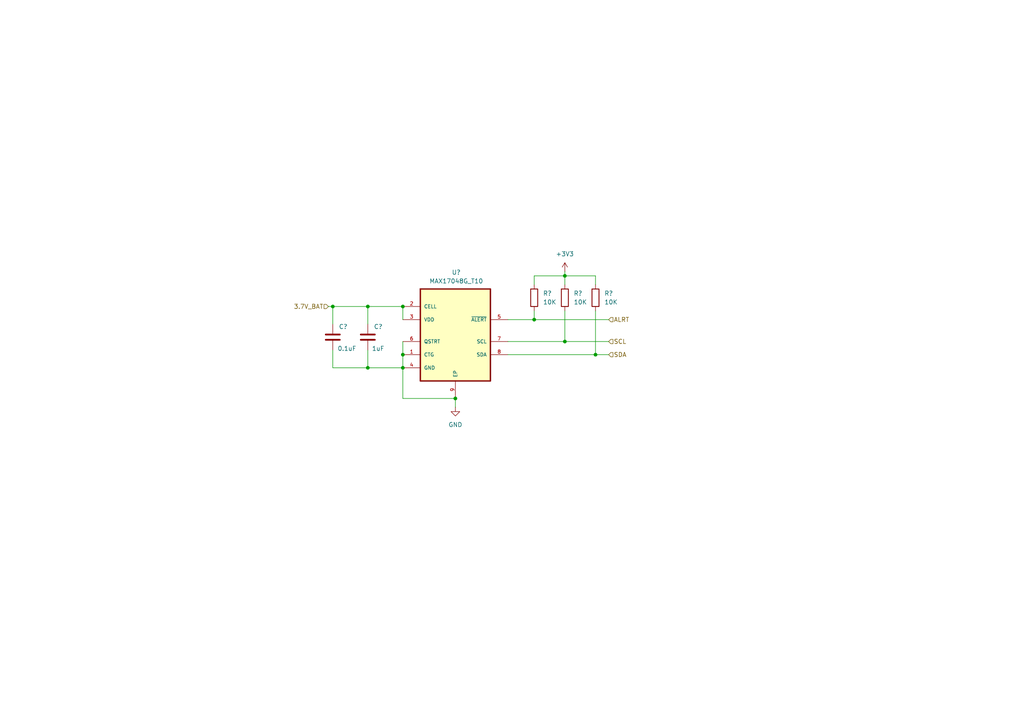
<source format=kicad_sch>
(kicad_sch (version 20231120) (generator "eeschema") (generator_version "8.0")
  (paper "A4")
  (lib_symbols
    (symbol "Device:C" (pin_numbers hide) (pin_names (offset 0.254))
      (property "Reference" "C" (at 0.635 2.54 0))
      (property "Value" "C" (at 0.635 -2.54 0))
      (symbol "C_0_1"
        (polyline (pts (xy -2.032 -0.762) (xy 2.032 -0.762)) (stroke (width 0.508)))
        (polyline (pts (xy -2.032 0.762) (xy 2.032 0.762)) (stroke (width 0.508)))
      )
      (symbol "C_1_1"
        (pin passive line (at 0 3.81 270) (length 2.794) (name "~") (number "1"))
        (pin passive line (at 0 -3.81 90) (length 2.794) (name "~") (number "2"))
      )
    )
    (symbol "Device:R" (pin_numbers hide) (pin_names (offset 0))
      (property "Reference" "R" (at 2.032 0 90))
      (property "Value" "R" (at 0 0 90))
      (symbol "R_0_1"
        (rectangle (start -1.016 -2.54) (end 1.016 2.54) (stroke (width 0.254)))
      )
      (symbol "R_1_1"
        (pin passive line (at 0 3.81 270) (length 1.27) (name "~") (number "1"))
        (pin passive line (at 0 -3.81 90) (length 1.27) (name "~") (number "2"))
      )
    )
    (symbol "MAX17048G_T10:MAX17048G_T10" (pin_names (offset 1.016))
      (property "Reference" "U3" (at 0.254 4.826 0))
      (property "Value" "MAX17048G_T10" (at 0.254 2.286 0))
      (symbol "MAX17048G_T10_0_0"
        (rectangle (start -10.16 0) (end 10.16 -26.67) (stroke (width 0.41)) (fill (type background)))
        (pin power_in line (at -15.24 -19.05 0) (length 5.08) (name "CTG") (number "1"))
        (pin power_in line (at -15.24 -5.08 0) (length 5.08) (name "CELL") (number "2"))
        (pin power_in line (at -15.24 -8.89 0) (length 5.08) (name "VDD") (number "3"))
        (pin power_in line (at -15.24 -22.86 0) (length 5.08) (name "GND") (number "4"))
        (pin output line (at 15.24 -8.89 180) (length 5.08) (name "~{ALERT}") (number "5"))
        (pin input line (at -15.24 -15.24 0) (length 5.08) (name "QSTRT") (number "6"))
        (pin input line (at 15.24 -15.24 180) (length 5.08) (name "SCL") (number "7"))
        (pin bidirectional line (at 15.24 -19.05 180) (length 5.08) (name "SDA") (number "8"))
        (pin power_in line (at 0 -31.75 90) (length 5.08) (name "EP") (number "9"))
      )
    )
    (symbol "power:+3V3" (power) (pin_numbers hide) (pin_names (offset 0) hide)
      (property "Value" "+3V3" (at 0 3.556 0))
      (symbol "+3V3_0_1"
        (polyline (pts (xy -0.762 1.27) (xy 0 2.54)))
        (polyline (pts (xy 0 0) (xy 0 2.54)))
        (polyline (pts (xy 0 2.54) (xy 0.762 1.27)))
      )
      (symbol "+3V3_1_1"
        (pin power_in line (at 0 0 90) (length 0) (name "~") (number "1"))
      )
    )
    (symbol "power:GND" (power) (pin_numbers hide) (pin_names (offset 0) hide)
      (property "Value" "GND" (at 0 -3.81 0))
      (symbol "GND_0_1"
        (polyline (pts (xy 0 0) (xy 0 -1.27) (xy 1.27 -1.27) (xy 0 -2.54) (xy -1.27 -1.27) (xy 0 -1.27)))
      )
      (symbol "GND_1_1"
        (pin power_in line (at 0 0 270) (length 0) (name "~") (number "1"))
      )
    )
  )
  (junction (at 116.84 102.87))
  (junction (at 172.72 102.87))
  (junction (at 96.52 88.9))
  (junction (at 116.84 106.68))
  (junction (at 106.68 88.9))
  (junction (at 154.94 92.71))
  (junction (at 132.08 115.57))
  (junction (at 163.83 99.06))
  (junction (at 116.84 88.9))
  (junction (at 163.83 80.01))
  (junction (at 106.68 106.68))
  (wire (pts (xy 163.83 80.01) (xy 172.72 80.01)))
  (wire (pts (xy 147.32 99.06) (xy 163.83 99.06)))
  (wire (pts (xy 154.94 82.55) (xy 154.94 80.01)))
  (wire (pts (xy 132.08 115.57) (xy 132.08 118.11)))
  (wire (pts (xy 96.52 88.9) (xy 106.68 88.9)))
  (wire (pts (xy 172.72 80.01) (xy 172.72 82.55)))
  (wire (pts (xy 96.52 101.6) (xy 96.52 106.68)))
  (wire (pts (xy 163.83 80.01) (xy 163.83 82.55)))
  (wire (pts (xy 106.68 101.6) (xy 106.68 106.68)))
  (wire (pts (xy 116.84 99.06) (xy 116.84 102.87)))
  (wire (pts (xy 106.68 88.9) (xy 116.84 88.9)))
  (wire (pts (xy 116.84 115.57) (xy 132.08 115.57)))
  (wire (pts (xy 96.52 88.9) (xy 96.52 93.98)))
  (wire (pts (xy 116.84 88.9) (xy 116.84 92.71)))
  (wire (pts (xy 163.83 78.74) (xy 163.83 80.01)))
  (wire (pts (xy 154.94 80.01) (xy 163.83 80.01)))
  (wire (pts (xy 96.52 106.68) (xy 106.68 106.68)))
  (wire (pts (xy 172.72 102.87) (xy 176.53 102.87)))
  (wire (pts (xy 154.94 92.71) (xy 176.53 92.71)))
  (wire (pts (xy 163.83 90.17) (xy 163.83 99.06)))
  (wire (pts (xy 116.84 102.87) (xy 116.84 106.68)))
  (wire (pts (xy 116.84 106.68) (xy 116.84 115.57)))
  (wire (pts (xy 147.32 102.87) (xy 172.72 102.87)))
  (wire (pts (xy 95.25 88.9) (xy 96.52 88.9)))
  (wire (pts (xy 106.68 88.9) (xy 106.68 93.98)))
  (wire (pts (xy 106.68 106.68) (xy 116.84 106.68)))
  (wire (pts (xy 163.83 99.06) (xy 176.53 99.06)))
  (wire (pts (xy 172.72 102.87) (xy 172.72 90.17)))
  (wire (pts (xy 147.32 92.71) (xy 154.94 92.71)))
  (wire (pts (xy 154.94 92.71) (xy 154.94 90.17)))
  (hierarchical_label "SDA" (shape input) (at 176.53 102.87 0))
  (hierarchical_label "3.7V_BAT" (shape input) (at 95.25 88.9 180))
  (hierarchical_label "ALRT" (shape input) (at 176.53 92.71 0))
  (hierarchical_label "SCL" (shape input) (at 176.53 99.06 0))
  (symbol (lib_id "Device:R") (at 154.94 86.36 0) (unit 1)
    (property "Reference" "R?" (at 157.48 85.0899 0) (effects (justify left)))
    (property "Value" "10K" (at 157.48 87.6299 0) (effects (justify left)))
    (property "Description" "Resistor" (effects (hide yes)))
  )
  (symbol (lib_id "power:+3V3") (at 163.83 78.74 0) (unit 1)
    (property "Reference" "#PWR01" (effects (hide yes)))
    (property "Value" "+3V3" (at 163.83 73.66 0))
    (property "Description" "Power symbol creates a global label with name \"+3V3\"" (effects (hide yes)))
  )
  (symbol (lib_id "Device:C") (at 96.52 97.79 0) (mirror y) (unit 1)
    (property "Reference" "C?" (at 100.838 94.742 0) (effects (justify left)))
    (property "Value" "0.1uF" (at 103.378 101.092 0) (effects (justify left)))
    (property "Description" "Unpolarized capacitor" (effects (hide yes)))
  )
  (symbol (lib_id "MAX17048G_T10:MAX17048G_T10") (at 132.08 83.82 0) (unit 1)
    (property "Reference" "U?" (at 132.334 78.994 0))
    (property "Value" "MAX17048G_T10" (at 132.334 81.534 0))
    (property "Footprint" "MAX17048G_T10:SON50P200X200X80-9N" (effects (hide yes)))
    (property "MF" "Analog Devices" (effects (hide yes)))
    (property "Description_1" "\n                        \n                            3µA 1-Cell/2-Cell Fuel Gauge with ModelGauge\n                        \n" (effects (hide yes)))
    (property "Package" "TDFN-8 Maxim" (effects (hide yes)))
    (property "Price" "None" (effects (hide yes)))
    (property "SnapEDA_Link" "https://www.snapeda.com/parts/MAX17048G+T10/Analog+Devices/view-part/?ref=snap" (effects (hide yes)))
    (property "MP" "MAX17048G+T10" (effects (hide yes)))
    (property "Availability" "In Stock" (effects (hide yes)))
    (property "Check_prices" "https://www.snapeda.com/parts/MAX17048G+T10/Analog+Devices/view-part/?ref=eda" (effects (hide yes)))
  )
  (symbol (lib_id "power:GND") (at 132.08 118.11 0) (unit 1)
    (property "Reference" "#PWR?" (effects (hide yes)))
    (property "Value" "GND" (at 132.08 123.19 0))
    (property "Description" "Power symbol creates a global label with name \"GND\" , ground" (effects (hide yes)))
  )
  (symbol (lib_id "Device:R") (at 163.83 86.36 0) (unit 1)
    (property "Reference" "R?" (at 166.37 85.0899 0) (effects (justify left)))
    (property "Value" "10K" (at 166.37 87.6299 0) (effects (justify left)))
    (property "Description" "Resistor" (effects (hide yes)))
  )
  (symbol (lib_id "Device:C") (at 106.68 97.79 0) (mirror y) (unit 1)
    (property "Reference" "C?" (at 110.998 94.742 0) (effects (justify left)))
    (property "Value" "1uF" (at 111.506 101.092 0) (effects (justify left)))
    (property "Description" "Unpolarized capacitor" (effects (hide yes)))
  )
  (symbol (lib_id "Device:R") (at 172.72 86.36 0) (unit 1)
    (property "Reference" "R?" (at 175.26 85.0899 0) (effects (justify left)))
    (property "Value" "10K" (at 175.26 87.6299 0) (effects (justify left)))
    (property "Description" "Resistor" (effects (hide yes)))
  )
)
</source>
